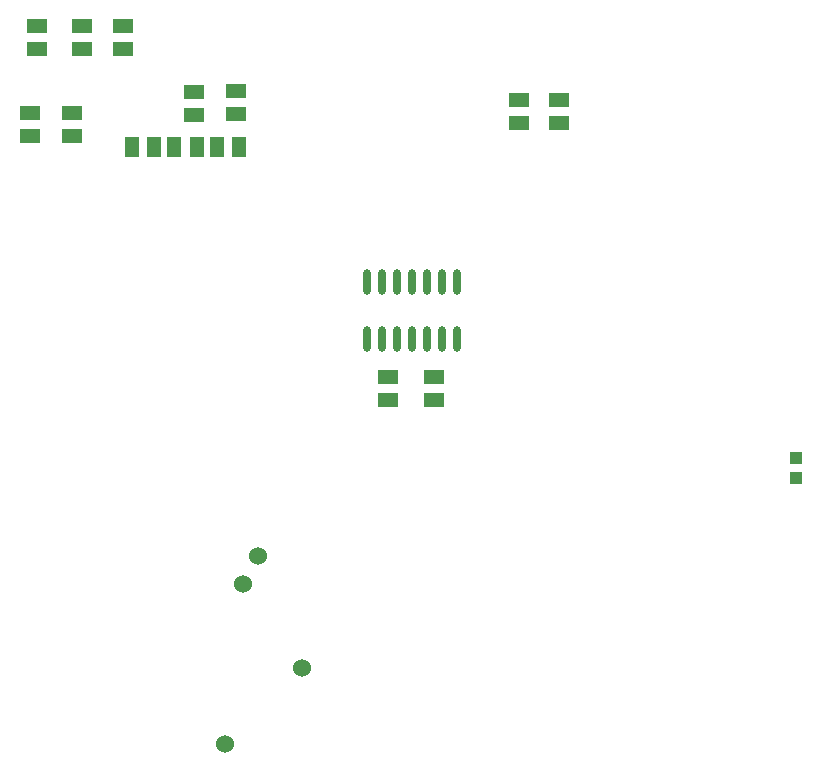
<source format=gbp>
G04 Layer_Color=128*
%FSLAX44Y44*%
%MOMM*%
G71*
G01*
G75*
%ADD11R,1.8000X1.3000*%
%ADD12R,1.3000X1.8000*%
%ADD16C,1.5240*%
%ADD19R,1.0000X1.1000*%
%ADD63O,0.6000X2.2000*%
D11*
X916300Y603300D02*
D03*
Y584100D02*
D03*
X876700Y603300D02*
D03*
Y584100D02*
D03*
X618000Y881400D02*
D03*
Y900600D02*
D03*
X574000Y807400D02*
D03*
Y826600D02*
D03*
X580000Y900600D02*
D03*
Y881400D02*
D03*
X653000Y900600D02*
D03*
Y881400D02*
D03*
X609000Y826600D02*
D03*
Y807400D02*
D03*
X713000Y825400D02*
D03*
Y844600D02*
D03*
X748000Y826400D02*
D03*
Y845600D02*
D03*
X988036Y837600D02*
D03*
Y818400D02*
D03*
X1022036Y837600D02*
D03*
Y818400D02*
D03*
D12*
X679100Y798000D02*
D03*
X659900D02*
D03*
X695900D02*
D03*
X715100D02*
D03*
X731900D02*
D03*
X751100D02*
D03*
D16*
X754000Y428000D02*
D03*
X739000Y293000D02*
D03*
X804000Y356790D02*
D03*
X767000Y452000D02*
D03*
D19*
X1222000Y517500D02*
D03*
Y534500D02*
D03*
D63*
X859400Y683500D02*
D03*
X872100D02*
D03*
X884800D02*
D03*
X897500D02*
D03*
X910200D02*
D03*
X922900D02*
D03*
X935600D02*
D03*
X859400Y635500D02*
D03*
X872100D02*
D03*
X884800D02*
D03*
X897500D02*
D03*
X910200D02*
D03*
X922900D02*
D03*
X935600D02*
D03*
M02*

</source>
